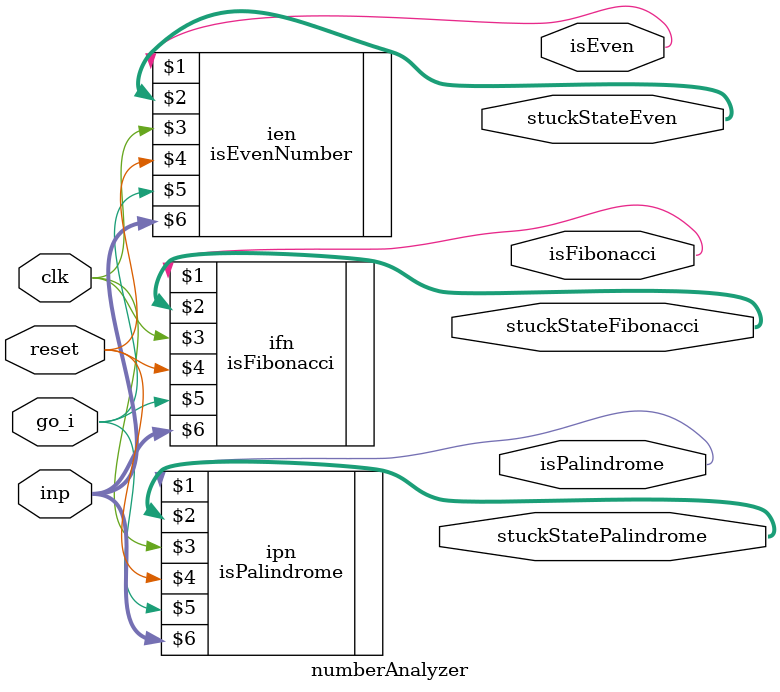
<source format=v>
module numberAnalyzer(isEven, isFibonacci, isPalindrome, stuckStateEven, stuckStateFibonacci, stuckStatePalindrome, inp, reset, go_i, clk);
	output isEven;
	output isFibonacci;
	output isPalindrome;
	output[1:0] stuckStateEven;
	output[3:0] stuckStateFibonacci;
	output[3:0] stuckStatePalindrome;
	input[31:0] inp;
	input reset;
	input go_i;
	input clk;
	wire[1:0] stuckStateEven;
	wire[3:0] stuckStateFibonacci;
	wire[3:0] stuckStatePalindrome;

	isEvenNumber ien(isEven, stuckStateEven, clk, reset, go_i, inp);
	isFibonacci  ifn(isFibonacci, stuckStateFibonacci, clk, reset, go_i, inp);
	isPalindrome ipn(isPalindrome, stuckStatePalindrome, clk, reset, go_i, inp);
		
endmodule
</source>
